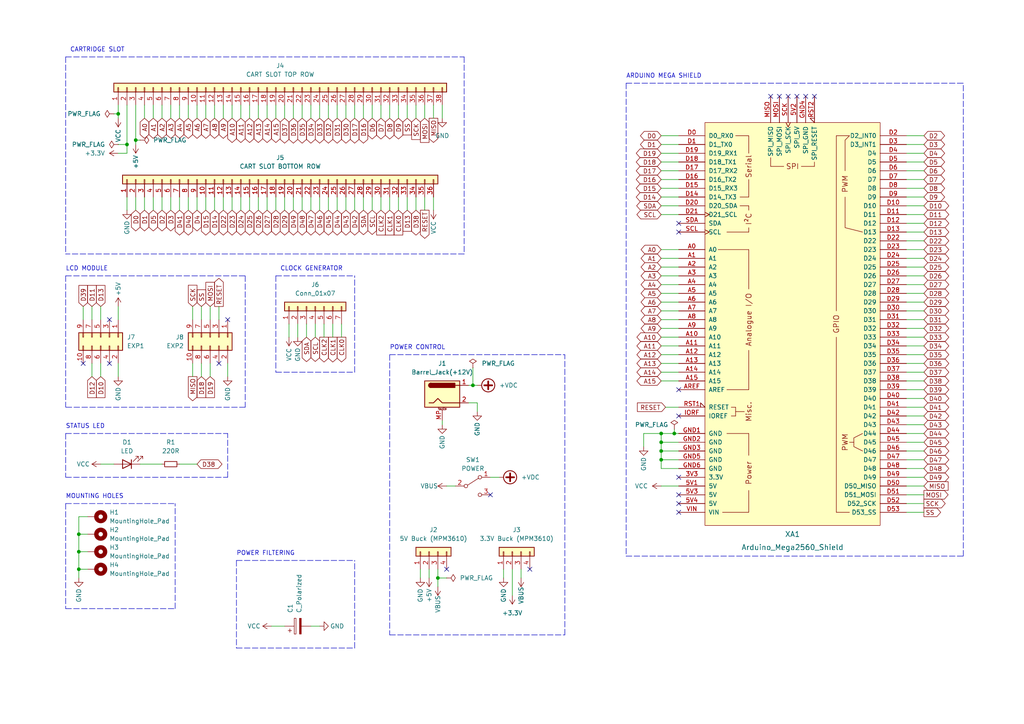
<source format=kicad_sch>
(kicad_sch (version 20211123) (generator eeschema)
  (paper "A4")
  (title_block (title "OSCR HW5") (date "2022-06-19") (rev "V3"))
  (junction (at 34.29 33.02))
  (junction (at 137.16 111.76))
  (junction (at 191.77 125.73))
  (junction (at 127 167.64))
  (junction (at 195.58 125.73))
  (junction (at 191.77 130.81))
  (junction (at 191.77 128.27))
  (junction (at 22.86 154.94))
  (junction (at 39.37 40.64))
  (junction (at 22.86 165.1))
  (junction (at 191.77 133.35))
  (junction (at 22.86 160.02))
  (junction (at 36.83 41.91))
  (no_connect (at 63.5 105.41))
  (no_connect (at 24.13 105.41))
  (no_connect (at 31.75 92.71))
  (no_connect (at 31.75 105.41))
  (no_connect (at 233.68 27.94))
  (no_connect (at 196.85 64.77))
  (no_connect (at 196.85 138.43))
  (no_connect (at 153.67 165.1))
  (no_connect (at 228.6 27.94))
  (no_connect (at 142.24 143.51))
  (no_connect (at 196.85 146.05))
  (no_connect (at 129.54 165.1))
  (no_connect (at 196.85 113.03))
  (no_connect (at 196.85 67.31))
  (no_connect (at 236.22 27.94))
  (no_connect (at 226.06 27.94))
  (no_connect (at 196.85 143.51))
  (no_connect (at 231.14 27.94))
  (no_connect (at 196.85 148.59))
  (no_connect (at 223.52 27.94))
  (no_connect (at 196.85 120.65))
  (no_connect (at 66.04 92.71))
  (wire (pts (xy 123.19 30.48) (xy 123.19 34.29)))
  (wire (pts (xy 49.53 57.15) (xy 49.53 60.96)))
  (wire (pts (xy 39.37 57.15) (xy 39.37 60.96)))
  (wire (pts (xy 262.89 140.97) (xy 267.97 140.97)))
  (wire (pts (xy 262.89 125.73) (xy 267.97 125.73)))
  (wire (pts (xy 191.77 39.37) (xy 196.85 39.37)))
  (wire (pts (xy 57.15 57.15) (xy 57.15 60.96)))
  (wire (pts (xy 262.89 118.11) (xy 267.97 118.11)))
  (wire (pts (xy 110.49 30.48) (xy 110.49 34.29)))
  (wire (pts (xy 92.71 30.48) (xy 92.71 34.29)))
  (wire (pts (xy 262.89 46.99) (xy 267.97 46.99)))
  (wire (pts (xy 77.47 30.48) (xy 77.47 34.29)))
  (wire (pts (xy 191.77 105.41) (xy 196.85 105.41)))
  (wire (pts (xy 262.89 148.59) (xy 267.97 148.59)))
  (wire (pts (xy 137.16 111.76) (xy 138.43 111.76)))
  (wire (pts (xy 262.89 95.25) (xy 267.97 95.25)))
  (wire (pts (xy 195.58 124.46) (xy 195.58 125.73)))
  (wire (pts (xy 191.77 44.45) (xy 196.85 44.45)))
  (wire (pts (xy 262.89 69.85) (xy 267.97 69.85)))
  (wire (pts (xy 36.83 41.91) (xy 36.83 44.45)))
  (polyline (pts (xy 102.87 187.96) (xy 102.87 162.56)))
  (wire (pts (xy 262.89 115.57) (xy 267.97 115.57)))
  (wire (pts (xy 118.11 30.48) (xy 118.11 34.29)))
  (wire (pts (xy 191.77 95.25) (xy 196.85 95.25)))
  (wire (pts (xy 82.55 57.15) (xy 82.55 60.96)))
  (wire (pts (xy 191.77 102.87) (xy 196.85 102.87)))
  (wire (pts (xy 52.07 57.15) (xy 52.07 60.96)))
  (wire (pts (xy 191.77 49.53) (xy 196.85 49.53)))
  (polyline (pts (xy 50.8 176.53) (xy 50.8 146.05)))
  (wire (pts (xy 191.77 130.81) (xy 196.85 130.81)))
  (wire (pts (xy 262.89 82.55) (xy 267.97 82.55)))
  (wire (pts (xy 262.89 39.37) (xy 267.97 39.37)))
  (polyline (pts (xy 19.05 138.43) (xy 66.04 138.43)))
  (wire (pts (xy 33.02 33.02) (xy 34.29 33.02)))
  (wire (pts (xy 93.98 93.98) (xy 93.98 97.79)))
  (wire (pts (xy 40.64 134.62) (xy 46.99 134.62)))
  (wire (pts (xy 151.13 167.64) (xy 151.13 165.1)))
  (wire (pts (xy 128.27 121.92) (xy 128.27 123.19)))
  (wire (pts (xy 26.67 105.41) (xy 26.67 109.22)))
  (wire (pts (xy 191.77 107.95) (xy 196.85 107.95)))
  (polyline (pts (xy 80.01 80.01) (xy 80.01 107.95)))
  (polyline (pts (xy 80.01 80.01) (xy 102.87 80.01)))
  (polyline (pts (xy 80.01 107.95) (xy 102.87 107.95)))
  (polyline (pts (xy 102.87 107.95) (xy 102.87 80.01)))
  (wire (pts (xy 107.95 30.48) (xy 107.95 34.29)))
  (wire (pts (xy 191.77 90.17) (xy 196.85 90.17)))
  (wire (pts (xy 137.16 106.68) (xy 137.16 111.76)))
  (wire (pts (xy 135.89 111.76) (xy 137.16 111.76)))
  (wire (pts (xy 123.19 57.15) (xy 123.19 60.96)))
  (wire (pts (xy 262.89 135.89) (xy 267.97 135.89)))
  (wire (pts (xy 41.91 30.48) (xy 41.91 34.29)))
  (wire (pts (xy 74.93 30.48) (xy 74.93 34.29)))
  (wire (pts (xy 36.83 41.91) (xy 36.83 30.48)))
  (wire (pts (xy 22.86 160.02) (xy 22.86 165.1)))
  (polyline (pts (xy 279.4 161.29) (xy 279.4 24.13)))
  (wire (pts (xy 22.86 160.02) (xy 25.4 160.02)))
  (wire (pts (xy 72.39 30.48) (xy 72.39 34.29)))
  (wire (pts (xy 54.61 57.15) (xy 54.61 60.96)))
  (wire (pts (xy 80.01 57.15) (xy 80.01 60.96)))
  (wire (pts (xy 127 167.64) (xy 127 165.1)))
  (wire (pts (xy 191.77 92.71) (xy 196.85 92.71)))
  (wire (pts (xy 115.57 57.15) (xy 115.57 60.96)))
  (wire (pts (xy 262.89 92.71) (xy 267.97 92.71)))
  (wire (pts (xy 262.89 80.01) (xy 267.97 80.01)))
  (wire (pts (xy 110.49 57.15) (xy 110.49 60.96)))
  (wire (pts (xy 34.29 88.9) (xy 34.29 92.71)))
  (wire (pts (xy 262.89 57.15) (xy 267.97 57.15)))
  (wire (pts (xy 262.89 120.65) (xy 267.97 120.65)))
  (polyline (pts (xy 19.05 146.05) (xy 19.05 176.53)))
  (wire (pts (xy 124.46 165.1) (xy 124.46 167.64)))
  (wire (pts (xy 22.86 154.94) (xy 22.86 160.02)))
  (wire (pts (xy 72.39 57.15) (xy 72.39 60.96)))
  (wire (pts (xy 262.89 102.87) (xy 267.97 102.87)))
  (wire (pts (xy 22.86 165.1) (xy 25.4 165.1)))
  (wire (pts (xy 34.29 105.41) (xy 34.29 109.22)))
  (wire (pts (xy 64.77 30.48) (xy 64.77 34.29)))
  (wire (pts (xy 146.05 165.1) (xy 146.05 167.64)))
  (wire (pts (xy 29.21 88.9) (xy 29.21 92.71)))
  (wire (pts (xy 191.77 133.35) (xy 191.77 130.81)))
  (wire (pts (xy 22.86 165.1) (xy 22.86 167.64)))
  (wire (pts (xy 125.73 30.48) (xy 125.73 34.29)))
  (wire (pts (xy 46.99 30.48) (xy 46.99 34.29)))
  (wire (pts (xy 91.44 93.98) (xy 91.44 97.79)))
  (wire (pts (xy 121.92 165.1) (xy 121.92 167.64)))
  (wire (pts (xy 191.77 52.07) (xy 196.85 52.07)))
  (wire (pts (xy 44.45 57.15) (xy 44.45 60.96)))
  (wire (pts (xy 186.69 125.73) (xy 186.69 129.54)))
  (wire (pts (xy 105.41 30.48) (xy 105.41 34.29)))
  (wire (pts (xy 193.04 118.11) (xy 196.85 118.11)))
  (wire (pts (xy 262.89 62.23) (xy 267.97 62.23)))
  (wire (pts (xy 41.91 57.15) (xy 41.91 60.96)))
  (wire (pts (xy 44.45 30.48) (xy 44.45 34.29)))
  (wire (pts (xy 191.77 85.09) (xy 196.85 85.09)))
  (wire (pts (xy 120.65 57.15) (xy 120.65 60.96)))
  (wire (pts (xy 58.42 88.9) (xy 58.42 92.71)))
  (wire (pts (xy 262.89 67.31) (xy 267.97 67.31)))
  (wire (pts (xy 262.89 138.43) (xy 267.97 138.43)))
  (polyline (pts (xy 19.05 80.01) (xy 19.05 118.11)))
  (wire (pts (xy 82.55 30.48) (xy 82.55 34.29)))
  (wire (pts (xy 262.89 107.95) (xy 267.97 107.95)))
  (wire (pts (xy 262.89 41.91) (xy 267.97 41.91)))
  (wire (pts (xy 262.89 97.79) (xy 267.97 97.79)))
  (wire (pts (xy 97.79 57.15) (xy 97.79 60.96)))
  (wire (pts (xy 262.89 143.51) (xy 267.97 143.51)))
  (wire (pts (xy 191.77 74.93) (xy 196.85 74.93)))
  (wire (pts (xy 58.42 105.41) (xy 58.42 109.22)))
  (polyline (pts (xy 113.03 102.87) (xy 163.83 102.87)))
  (wire (pts (xy 69.85 30.48) (xy 69.85 34.29)))
  (wire (pts (xy 262.89 110.49) (xy 267.97 110.49)))
  (wire (pts (xy 80.01 30.48) (xy 80.01 34.29)))
  (wire (pts (xy 90.17 57.15) (xy 90.17 60.96)))
  (polyline (pts (xy 19.05 16.51) (xy 19.05 73.66)))
  (polyline (pts (xy 19.05 16.51) (xy 134.62 16.51)))
  (polyline (pts (xy 134.62 16.51) (xy 134.62 73.66)))
  (polyline (pts (xy 134.62 73.66) (xy 19.05 73.66)))
  (wire (pts (xy 96.52 93.98) (xy 96.52 97.79)))
  (wire (pts (xy 262.89 49.53) (xy 267.97 49.53)))
  (wire (pts (xy 191.77 128.27) (xy 196.85 128.27)))
  (wire (pts (xy 52.07 30.48) (xy 52.07 34.29)))
  (wire (pts (xy 262.89 90.17) (xy 267.97 90.17)))
  (wire (pts (xy 22.86 149.86) (xy 22.86 154.94)))
  (wire (pts (xy 29.21 134.62) (xy 33.02 134.62)))
  (wire (pts (xy 100.33 30.48) (xy 100.33 34.29)))
  (wire (pts (xy 34.29 30.48) (xy 34.29 33.02)))
  (wire (pts (xy 95.25 30.48) (xy 95.25 34.29)))
  (wire (pts (xy 262.89 87.63) (xy 267.97 87.63)))
  (wire (pts (xy 262.89 74.93) (xy 267.97 74.93)))
  (polyline (pts (xy 19.05 176.53) (xy 50.8 176.53)))
  (wire (pts (xy 95.25 57.15) (xy 95.25 60.96)))
  (wire (pts (xy 135.89 116.84) (xy 138.43 116.84)))
  (wire (pts (xy 77.47 57.15) (xy 77.47 60.96)))
  (polyline (pts (xy 19.05 146.05) (xy 50.8 146.05)))
  (wire (pts (xy 64.77 57.15) (xy 64.77 60.96)))
  (wire (pts (xy 90.17 181.61) (xy 92.71 181.61)))
  (wire (pts (xy 67.31 30.48) (xy 67.31 34.29)))
  (wire (pts (xy 87.63 30.48) (xy 87.63 34.29)))
  (wire (pts (xy 113.03 30.48) (xy 113.03 34.29)))
  (wire (pts (xy 191.77 46.99) (xy 196.85 46.99)))
  (wire (pts (xy 129.54 140.97) (xy 132.08 140.97)))
  (wire (pts (xy 83.82 93.98) (xy 83.82 97.79)))
  (wire (pts (xy 26.67 88.9) (xy 26.67 92.71)))
  (wire (pts (xy 262.89 77.47) (xy 267.97 77.47)))
  (wire (pts (xy 46.99 57.15) (xy 46.99 60.96)))
  (wire (pts (xy 262.89 133.35) (xy 267.97 133.35)))
  (wire (pts (xy 22.86 154.94) (xy 25.4 154.94)))
  (wire (pts (xy 262.89 64.77) (xy 267.97 64.77)))
  (wire (pts (xy 107.95 57.15) (xy 107.95 60.96)))
  (wire (pts (xy 138.43 116.84) (xy 138.43 119.38)))
  (wire (pts (xy 142.24 138.43) (xy 144.78 138.43)))
  (wire (pts (xy 67.31 57.15) (xy 67.31 60.96)))
  (polyline (pts (xy 71.12 80.01) (xy 71.12 118.11)))
  (wire (pts (xy 148.59 165.1) (xy 148.59 172.72)))
  (wire (pts (xy 54.61 30.48) (xy 54.61 34.29)))
  (wire (pts (xy 55.88 105.41) (xy 55.88 109.22)))
  (wire (pts (xy 262.89 105.41) (xy 267.97 105.41)))
  (wire (pts (xy 262.89 128.27) (xy 267.97 128.27)))
  (polyline (pts (xy 113.03 102.87) (xy 113.03 184.15)))
  (wire (pts (xy 63.5 88.9) (xy 63.5 92.71)))
  (wire (pts (xy 39.37 40.64) (xy 40.64 40.64)))
  (polyline (pts (xy 68.58 162.56) (xy 68.58 187.96)))
  (wire (pts (xy 34.29 33.02) (xy 34.29 34.29)))
  (wire (pts (xy 66.04 105.41) (xy 66.04 109.22)))
  (wire (pts (xy 191.77 54.61) (xy 196.85 54.61)))
  (wire (pts (xy 196.85 135.89) (xy 191.77 135.89)))
  (polyline (pts (xy 19.05 125.73) (xy 66.04 125.73)))
  (wire (pts (xy 55.88 88.9) (xy 55.88 92.71)))
  (wire (pts (xy 49.53 30.48) (xy 49.53 34.29)))
  (wire (pts (xy 78.74 181.61) (xy 82.55 181.61)))
  (wire (pts (xy 191.77 62.23) (xy 196.85 62.23)))
  (polyline (pts (xy 113.03 184.15) (xy 163.83 184.15)))
  (wire (pts (xy 191.77 57.15) (xy 196.85 57.15)))
  (wire (pts (xy 39.37 30.48) (xy 39.37 40.64)))
  (wire (pts (xy 191.77 80.01) (xy 196.85 80.01)))
  (wire (pts (xy 113.03 57.15) (xy 113.03 60.96)))
  (wire (pts (xy 262.89 54.61) (xy 267.97 54.61)))
  (wire (pts (xy 34.29 41.91) (xy 36.83 41.91)))
  (wire (pts (xy 34.29 44.45) (xy 36.83 44.45)))
  (wire (pts (xy 102.87 30.48) (xy 102.87 34.29)))
  (polyline (pts (xy 68.58 162.56) (xy 102.87 162.56)))
  (wire (pts (xy 59.69 30.48) (xy 59.69 34.29)))
  (wire (pts (xy 191.77 128.27) (xy 191.77 125.73)))
  (wire (pts (xy 92.71 57.15) (xy 92.71 60.96)))
  (wire (pts (xy 127 170.18) (xy 127 167.64)))
  (wire (pts (xy 24.13 88.9) (xy 24.13 92.71)))
  (wire (pts (xy 88.9 93.98) (xy 88.9 97.79)))
  (polyline (pts (xy 163.83 184.15) (xy 163.83 102.87)))
  (wire (pts (xy 62.23 57.15) (xy 62.23 60.96)))
  (wire (pts (xy 191.77 125.73) (xy 186.69 125.73)))
  (polyline (pts (xy 181.61 161.29) (xy 279.4 161.29)))
  (wire (pts (xy 262.89 146.05) (xy 267.97 146.05)))
  (wire (pts (xy 191.77 82.55) (xy 196.85 82.55)))
  (wire (pts (xy 191.77 100.33) (xy 196.85 100.33)))
  (polyline (pts (xy 71.12 118.11) (xy 19.05 118.11)))
  (wire (pts (xy 191.77 77.47) (xy 196.85 77.47)))
  (polyline (pts (xy 181.61 24.13) (xy 181.61 161.29)))
  (wire (pts (xy 128.27 30.48) (xy 128.27 34.29)))
  (wire (pts (xy 60.96 105.41) (xy 60.96 109.22)))
  (wire (pts (xy 39.37 40.64) (xy 39.37 41.91)))
  (wire (pts (xy 74.93 57.15) (xy 74.93 60.96)))
  (wire (pts (xy 29.21 105.41) (xy 29.21 109.22)))
  (wire (pts (xy 115.57 30.48) (xy 115.57 34.29)))
  (wire (pts (xy 62.23 30.48) (xy 62.23 34.29)))
  (wire (pts (xy 105.41 57.15) (xy 105.41 60.96)))
  (wire (pts (xy 120.65 30.48) (xy 120.65 34.29)))
  (polyline (pts (xy 19.05 80.01) (xy 71.12 80.01)))
  (wire (pts (xy 57.15 30.48) (xy 57.15 34.29)))
  (wire (pts (xy 85.09 57.15) (xy 85.09 60.96)))
  (wire (pts (xy 85.09 30.48) (xy 85.09 34.29)))
  (polyline (pts (xy 181.61 24.13) (xy 279.4 24.13)))
  (polyline (pts (xy 66.04 138.43) (xy 66.04 125.73)))
  (wire (pts (xy 118.11 57.15) (xy 118.11 60.96)))
  (wire (pts (xy 262.89 72.39) (xy 267.97 72.39)))
  (wire (pts (xy 191.77 135.89) (xy 191.77 133.35)))
  (wire (pts (xy 262.89 44.45) (xy 267.97 44.45)))
  (wire (pts (xy 262.89 100.33) (xy 267.97 100.33)))
  (wire (pts (xy 127 167.64) (xy 129.54 167.64)))
  (wire (pts (xy 262.89 59.69) (xy 267.97 59.69)))
  (wire (pts (xy 191.77 41.91) (xy 196.85 41.91)))
  (wire (pts (xy 262.89 52.07) (xy 267.97 52.07)))
  (wire (pts (xy 87.63 57.15) (xy 87.63 60.96)))
  (wire (pts (xy 69.85 57.15) (xy 69.85 60.96)))
  (wire (pts (xy 99.06 93.98) (xy 99.06 97.79)))
  (polyline (pts (xy 19.05 125.73) (xy 19.05 138.43)))
  (wire (pts (xy 125.73 57.15) (xy 125.73 60.96)))
  (polyline (pts (xy 68.58 187.96) (xy 102.87 187.96)))
  (wire (pts (xy 262.89 130.81) (xy 267.97 130.81)))
  (wire (pts (xy 90.17 30.48) (xy 90.17 34.29)))
  (wire (pts (xy 52.07 134.62) (xy 57.15 134.62)))
  (wire (pts (xy 97.79 30.48) (xy 97.79 34.29)))
  (wire (pts (xy 36.83 57.15) (xy 36.83 60.96)))
  (wire (pts (xy 191.77 72.39) (xy 196.85 72.39)))
  (wire (pts (xy 60.96 88.9) (xy 60.96 92.71)))
  (wire (pts (xy 262.89 85.09) (xy 267.97 85.09)))
  (wire (pts (xy 191.77 97.79) (xy 196.85 97.79)))
  (wire (pts (xy 100.33 57.15) (xy 100.33 60.96)))
  (wire (pts (xy 191.77 110.49) (xy 196.85 110.49)))
  (wire (pts (xy 191.77 133.35) (xy 196.85 133.35)))
  (wire (pts (xy 262.89 113.03) (xy 267.97 113.03)))
  (wire (pts (xy 102.87 57.15) (xy 102.87 60.96)))
  (wire (pts (xy 191.77 59.69) (xy 196.85 59.69)))
  (wire (pts (xy 86.36 93.98) (xy 86.36 97.79)))
  (wire (pts (xy 59.69 57.15) (xy 59.69 60.96)))
  (wire (pts (xy 25.4 149.86) (xy 22.86 149.86)))
  (wire (pts (xy 196.85 125.73) (xy 195.58 125.73)))
  (wire (pts (xy 191.77 87.63) (xy 196.85 87.63)))
  (wire (pts (xy 195.58 125.73) (xy 191.77 125.73)))
  (wire (pts (xy 191.77 140.97) (xy 196.85 140.97)))
  (wire (pts (xy 262.89 123.19) (xy 267.97 123.19)))
  (wire (pts (xy 191.77 130.81) (xy 191.77 128.27)))
  (text "STATUS LED" (at 19.05 124.46 0) (effects (font (size 1.27 1.27)) (justify left bottom)))
  (text "POWER CONTROL" (at 113.03 101.6 0) (effects (font (size 1.27 1.27)) (justify left bottom)))
  (text "LCD MODULE" (at 19.05 78.74 0) (effects (font (size 1.27 1.27)) (justify left bottom)))
  (text "CLOCK GENERATOR" (at 81.28 78.74 0) (effects (font (size 1.27 1.27)) (justify left bottom)))
  (text "CARTRIDGE SLOT" (at 20.32 15.24 0) (effects (font (size 1.27 1.27)) (justify left bottom)))
  (text "POWER FILTERING" (at 68.58 161.29 0) (effects (font (size 1.27 1.27)) (justify left bottom)))
  (text "ARDUINO MEGA SHIELD" (at 181.61 22.86 0) (effects (font (size 1.27 1.27)) (justify left bottom)))
  (text "MOUNTING HOLES" (at 19.05 144.78 0) (effects (font (size 1.27 1.27)) (justify left bottom)))
  (global_label "SS" (shape output) (at 267.97 148.59 0) (property "Intersheet References" "${INTERSHEET_REFS}" (effects hide)))
  (global_label "A6" (shape bidirectional) (at 57.15 34.29 270) (property "Intersheet References" "${INTERSHEET_REFS}" (effects hide)))
  (global_label "D13" (shape bidirectional) (at 267.97 67.31 0) (property "Intersheet References" "${INTERSHEET_REFS}" (effects hide)))
  (global_label "D7" (shape bidirectional) (at 267.97 52.07 0) (property "Intersheet References" "${INTERSHEET_REFS}" (effects hide)))
  (global_label "D11" (shape input) (at 26.67 88.9 90) (property "Intersheet References" "${INTERSHEET_REFS}" (effects hide)))
  (global_label "MOSI" (shape input) (at 123.19 34.29 270) (property "Intersheet References" "${INTERSHEET_REFS}" (effects hide)))
  (global_label "D29" (shape bidirectional) (at 82.55 60.96 270) (property "Intersheet References" "${INTERSHEET_REFS}" (effects hide)))
  (global_label "A9" (shape bidirectional) (at 64.77 34.29 270) (property "Intersheet References" "${INTERSHEET_REFS}" (effects hide)))
  (global_label "D31" (shape bidirectional) (at 97.79 34.29 270) (property "Intersheet References" "${INTERSHEET_REFS}" (effects hide)))
  (global_label "D24" (shape bidirectional) (at 69.85 60.96 270) (property "Intersheet References" "${INTERSHEET_REFS}" (effects hide)))
  (global_label "D42" (shape bidirectional) (at 267.97 120.65 0) (property "Intersheet References" "${INTERSHEET_REFS}" (effects hide)))
  (global_label "CLK2" (shape output) (at 93.98 97.79 270) (property "Intersheet References" "${INTERSHEET_REFS}" (effects hide)))
  (global_label "MISO" (shape output) (at 125.73 34.29 270) (property "Intersheet References" "${INTERSHEET_REFS}" (effects hide)))
  (global_label "D17" (shape bidirectional) (at 102.87 34.29 270) (property "Intersheet References" "${INTERSHEET_REFS}" (effects hide)))
  (global_label "D26" (shape bidirectional) (at 267.97 80.01 0) (property "Intersheet References" "${INTERSHEET_REFS}" (effects hide)))
  (global_label "D34" (shape bidirectional) (at 90.17 34.29 270) (property "Intersheet References" "${INTERSHEET_REFS}" (effects hide)))
  (global_label "A9" (shape bidirectional) (at 191.77 95.25 180) (property "Intersheet References" "${INTERSHEET_REFS}" (effects hide)))
  (global_label "A11" (shape bidirectional) (at 69.85 34.29 270) (property "Intersheet References" "${INTERSHEET_REFS}" (effects hide)))
  (global_label "D18" (shape bidirectional) (at 191.77 46.99 180) (property "Intersheet References" "${INTERSHEET_REFS}" (effects hide)))
  (global_label "D1" (shape bidirectional) (at 191.77 41.91 180) (property "Intersheet References" "${INTERSHEET_REFS}" (effects hide)))
  (global_label "D46" (shape bidirectional) (at 92.71 60.96 270) (property "Intersheet References" "${INTERSHEET_REFS}" (effects hide)))
  (global_label "A5" (shape bidirectional) (at 191.77 85.09 180) (property "Intersheet References" "${INTERSHEET_REFS}" (effects hide)))
  (global_label "D25" (shape bidirectional) (at 72.39 60.96 270) (property "Intersheet References" "${INTERSHEET_REFS}" (effects hide)))
  (global_label "CLK1" (shape input) (at 113.03 60.96 270) (property "Intersheet References" "${INTERSHEET_REFS}" (effects hide)))
  (global_label "A5" (shape bidirectional) (at 54.61 34.29 270) (property "Intersheet References" "${INTERSHEET_REFS}" (effects hide)))
  (global_label "D3" (shape bidirectional) (at 267.97 41.91 0) (property "Intersheet References" "${INTERSHEET_REFS}" (effects hide)))
  (global_label "MISO" (shape output) (at 55.88 109.22 270) (property "Intersheet References" "${INTERSHEET_REFS}" (effects hide)))
  (global_label "CLK0" (shape output) (at 99.06 97.79 270) (property "Intersheet References" "${INTERSHEET_REFS}" (effects hide)))
  (global_label "D6" (shape bidirectional) (at 267.97 49.53 0) (property "Intersheet References" "${INTERSHEET_REFS}" (effects hide)))
  (global_label "D24" (shape bidirectional) (at 267.97 74.93 0) (property "Intersheet References" "${INTERSHEET_REFS}" (effects hide)))
  (global_label "D49" (shape bidirectional) (at 85.09 60.96 270) (property "Intersheet References" "${INTERSHEET_REFS}" (effects hide)))
  (global_label "D7" (shape bidirectional) (at 110.49 34.29 270) (property "Intersheet References" "${INTERSHEET_REFS}" (effects hide)))
  (global_label "D22" (shape bidirectional) (at 267.97 69.85 0) (property "Intersheet References" "${INTERSHEET_REFS}" (effects hide)))
  (global_label "D47" (shape bidirectional) (at 267.97 133.35 0) (property "Intersheet References" "${INTERSHEET_REFS}" (effects hide)))
  (global_label "A11" (shape bidirectional) (at 191.77 100.33 180) (property "Intersheet References" "${INTERSHEET_REFS}" (effects hide)))
  (global_label "A8" (shape bidirectional) (at 191.77 92.71 180) (property "Intersheet References" "${INTERSHEET_REFS}" (effects hide)))
  (global_label "D31" (shape bidirectional) (at 267.97 92.71 0) (property "Intersheet References" "${INTERSHEET_REFS}" (effects hide)))
  (global_label "D36" (shape bidirectional) (at 267.97 105.41 0) (property "Intersheet References" "${INTERSHEET_REFS}" (effects hide)))
  (global_label "SCK" (shape output) (at 267.97 146.05 0) (property "Intersheet References" "${INTERSHEET_REFS}" (effects hide)))
  (global_label "D16" (shape bidirectional) (at 105.41 34.29 270) (property "Intersheet References" "${INTERSHEET_REFS}" (effects hide)))
  (global_label "D33" (shape bidirectional) (at 92.71 34.29 270) (property "Intersheet References" "${INTERSHEET_REFS}" (effects hide)))
  (global_label "A12" (shape bidirectional) (at 72.39 34.29 270) (property "Intersheet References" "${INTERSHEET_REFS}" (effects hide)))
  (global_label "D49" (shape bidirectional) (at 267.97 138.43 0) (property "Intersheet References" "${INTERSHEET_REFS}" (effects hide)))
  (global_label "CLK0" (shape input) (at 115.57 60.96 270) (property "Intersheet References" "${INTERSHEET_REFS}" (effects hide)))
  (global_label "D9" (shape bidirectional) (at 115.57 34.29 270) (property "Intersheet References" "${INTERSHEET_REFS}" (effects hide)))
  (global_label "D5" (shape bidirectional) (at 267.97 46.99 0) (property "Intersheet References" "${INTERSHEET_REFS}" (effects hide)))
  (global_label "SDA" (shape bidirectional) (at 191.77 59.69 180) (property "Intersheet References" "${INTERSHEET_REFS}" (effects hide)))
  (global_label "SS" (shape input) (at 118.11 34.29 270) (property "Intersheet References" "${INTERSHEET_REFS}" (effects hide)))
  (global_label "D44" (shape bidirectional) (at 267.97 125.73 0) (property "Intersheet References" "${INTERSHEET_REFS}" (effects hide)))
  (global_label "D38" (shape bidirectional) (at 120.65 60.96 270) (property "Intersheet References" "${INTERSHEET_REFS}" (effects hide)))
  (global_label "A7" (shape bidirectional) (at 59.69 34.29 270) (property "Intersheet References" "${INTERSHEET_REFS}" (effects hide)))
  (global_label "SCK" (shape input) (at 120.65 34.29 270) (property "Intersheet References" "${INTERSHEET_REFS}" (effects hide)))
  (global_label "A0" (shape bidirectional) (at 191.77 72.39 180) (property "Intersheet References" "${INTERSHEET_REFS}" (effects hide)))
  (global_label "D30" (shape bidirectional) (at 100.33 34.29 270) (property "Intersheet References" "${INTERSHEET_REFS}" (effects hide)))
  (global_label "D13" (shape input) (at 29.21 88.9 90) (property "Intersheet References" "${INTERSHEET_REFS}" (effects hide)))
  (global_label "A4" (shape bidirectional) (at 191.77 82.55 180) (property "Intersheet References" "${INTERSHEET_REFS}" (effects hide)))
  (global_label "D28" (shape bidirectional) (at 267.97 85.09 0) (property "Intersheet References" "${INTERSHEET_REFS}" (effects hide)))
  (global_label "D40" (shape bidirectional) (at 54.61 60.96 270) (property "Intersheet References" "${INTERSHEET_REFS}" (effects hide)))
  (global_label "D15" (shape bidirectional) (at 59.69 60.96 270) (property "Intersheet References" "${INTERSHEET_REFS}" (effects hide)))
  (global_label "MOSI" (shape output) (at 267.97 143.51 0) (property "Intersheet References" "${INTERSHEET_REFS}" (effects hide)))
  (global_label "D9" (shape bidirectional) (at 267.97 57.15 0) (property "Intersheet References" "${INTERSHEET_REFS}" (effects hide)))
  (global_label "D28" (shape bidirectional) (at 80.01 60.96 270) (property "Intersheet References" "${INTERSHEET_REFS}" (effects hide)))
  (global_label "D15" (shape bidirectional) (at 191.77 54.61 180) (property "Intersheet References" "${INTERSHEET_REFS}" (effects hide)))
  (global_label "A3" (shape bidirectional) (at 191.77 80.01 180) (property "Intersheet References" "${INTERSHEET_REFS}" (effects hide)))
  (global_label "A7" (shape bidirectional) (at 191.77 90.17 180) (property "Intersheet References" "${INTERSHEET_REFS}" (effects hide)))
  (global_label "A1" (shape bidirectional) (at 44.45 34.29 270) (property "Intersheet References" "${INTERSHEET_REFS}" (effects hide)))
  (global_label "D47" (shape bidirectional) (at 90.17 60.96 270) (property "Intersheet References" "${INTERSHEET_REFS}" (effects hide)))
  (global_label "D12" (shape input) (at 26.67 109.22 270) (property "Intersheet References" "${INTERSHEET_REFS}" (effects hide)))
  (global_label "D16" (shape bidirectional) (at 191.77 52.07 180) (property "Intersheet References" "${INTERSHEET_REFS}" (effects hide)))
  (global_label "A13" (shape bidirectional) (at 74.93 34.29 270) (property "Intersheet References" "${INTERSHEET_REFS}" (effects hide)))
  (global_label "D18" (shape input) (at 58.42 109.22 270) (property "Intersheet References" "${INTERSHEET_REFS}" (effects hide)))
  (global_label "D12" (shape bidirectional) (at 267.97 64.77 0) (property "Intersheet References" "${INTERSHEET_REFS}" (effects hide)))
  (global_label "A3" (shape bidirectional) (at 49.53 34.29 270) (property "Intersheet References" "${INTERSHEET_REFS}" (effects hide)))
  (global_label "D19" (shape bidirectional) (at 191.77 44.45 180) (property "Intersheet References" "${INTERSHEET_REFS}" (effects hide)))
  (global_label "D43" (shape bidirectional) (at 100.33 60.96 270) (property "Intersheet References" "${INTERSHEET_REFS}" (effects hide)))
  (global_label "D8" (shape bidirectional) (at 113.03 34.29 270) (property "Intersheet References" "${INTERSHEET_REFS}" (effects hide)))
  (global_label "D36" (shape bidirectional) (at 85.09 34.29 270) (property "Intersheet References" "${INTERSHEET_REFS}" (effects hide)))
  (global_label "SCL" (shape bidirectional) (at 191.77 62.23 180) (property "Intersheet References" "${INTERSHEET_REFS}" (effects hide)))
  (global_label "D38" (shape bidirectional) (at 267.97 110.49 0) (property "Intersheet References" "${INTERSHEET_REFS}" (effects hide)))
  (global_label "D4" (shape bidirectional) (at 267.97 44.45 0) (property "Intersheet References" "${INTERSHEET_REFS}" (effects hide)))
  (global_label "D23" (shape bidirectional) (at 67.31 60.96 270) (property "Intersheet References" "${INTERSHEET_REFS}" (effects hide)))
  (global_label "D41" (shape bidirectional) (at 267.97 118.11 0) (property "Intersheet References" "${INTERSHEET_REFS}" (effects hide)))
  (global_label "D1" (shape bidirectional) (at 41.91 60.96 270) (property "Intersheet References" "${INTERSHEET_REFS}" (effects hide)))
  (global_label "D14" (shape bidirectional) (at 62.23 60.96 270) (property "Intersheet References" "${INTERSHEET_REFS}" (effects hide)))
  (global_label "D19" (shape input) (at 60.96 109.22 270) (property "Intersheet References" "${INTERSHEET_REFS}" (effects hide)))
  (global_label "A2" (shape bidirectional) (at 191.77 77.47 180) (property "Intersheet References" "${INTERSHEET_REFS}" (effects hide)))
  (global_label "D10" (shape bidirectional) (at 267.97 59.69 0) (property "Intersheet References" "${INTERSHEET_REFS}" (effects hide)))
  (global_label "D4" (shape bidirectional) (at 57.15 60.96 270) (property "Intersheet References" "${INTERSHEET_REFS}" (effects hide)))
  (global_label "D0" (shape bidirectional) (at 191.77 39.37 180) (property "Intersheet References" "${INTERSHEET_REFS}" (effects hide)))
  (global_label "D22" (shape bidirectional) (at 64.77 60.96 270) (property "Intersheet References" "${INTERSHEET_REFS}" (effects hide)))
  (global_label "D30" (shape bidirectional) (at 267.97 90.17 0) (property "Intersheet References" "${INTERSHEET_REFS}" (effects hide)))
  (global_label "D33" (shape bidirectional) (at 267.97 97.79 0) (property "Intersheet References" "${INTERSHEET_REFS}" (effects hide)))
  (global_label "D2" (shape bidirectional) (at 46.99 60.96 270) (property "Intersheet References" "${INTERSHEET_REFS}" (effects hide)))
  (global_label "CLK1" (shape output) (at 96.52 97.79 270) (property "Intersheet References" "${INTERSHEET_REFS}" (effects hide)))
  (global_label "D35" (shape bidirectional) (at 87.63 34.29 270) (property "Intersheet References" "${INTERSHEET_REFS}" (effects hide)))
  (global_label "D39" (shape input) (at 24.13 88.9 90) (property "Intersheet References" "${INTERSHEET_REFS}" (effects hide)))
  (global_label "SCL" (shape bidirectional) (at 107.95 60.96 270) (property "Intersheet References" "${INTERSHEET_REFS}" (effects hide)))
  (global_label "A0" (shape bidirectional) (at 41.91 34.29 270) (property "Intersheet References" "${INTERSHEET_REFS}" (effects hide)))
  (global_label "MISO" (shape input) (at 267.97 140.97 0) (property "Intersheet References" "${INTERSHEET_REFS}" (effects hide)))
  (global_label "D44" (shape bidirectional) (at 97.79 60.96 270) (property "Intersheet References" "${INTERSHEET_REFS}" (effects hide)))
  (global_label "D48" (shape bidirectional) (at 87.63 60.96 270) (property "Intersheet References" "${INTERSHEET_REFS}" (effects hide)))
  (global_label "A13" (shape bidirectional) (at 191.77 105.41 180) (property "Intersheet References" "${INTERSHEET_REFS}" (effects hide)))
  (global_label "A10" (shape bidirectional) (at 67.31 34.29 270) (property "Intersheet References" "${INTERSHEET_REFS}" (effects hide)))
  (global_label "D14" (shape bidirectional) (at 191.77 57.15 180) (property "Intersheet References" "${INTERSHEET_REFS}" (effects hide)))
  (global_label "D32" (shape bidirectional) (at 267.97 95.25 0) (property "Intersheet References" "${INTERSHEET_REFS}" (effects hide)))
  (global_label "D2" (shape bidirectional) (at 267.97 39.37 0) (property "Intersheet References" "${INTERSHEET_REFS}" (effects hide)))
  (global_label "RESET" (shape input) (at 193.04 118.11 180) (property "Intersheet References" "${INTERSHEET_REFS}" (effects hide)))
  (global_label "A12" (shape bidirectional) (at 191.77 102.87 180) (property "Intersheet References" "${INTERSHEET_REFS}" (effects hide)))
  (global_label "D27" (shape bidirectional) (at 77.47 60.96 270) (property "Intersheet References" "${INTERSHEET_REFS}" (effects hide)))
  (global_label "D0" (shape bidirectional) (at 39.37 60.96 270) (property "Intersheet References" "${INTERSHEET_REFS}" (effects hide)))
  (global_label "D38" (shape bidirectional) (at 57.15 134.62 0) (property "Intersheet References" "${INTERSHEET_REFS}" (effects hide)))
  (global_label "A1" (shape bidirectional) (at 191.77 74.93 180) (property "Intersheet References" "${INTERSHEET_REFS}" (effects hide)))
  (global_label "D3" (shape bidirectional) (at 49.53 60.96 270) (property "Intersheet References" "${INTERSHEET_REFS}" (effects hide)))
  (global_label "D11" (shape bidirectional) (at 267.97 62.23 0) (property "Intersheet References" "${INTERSHEET_REFS}" (effects hide)))
  (global_label "D48" (shape bidirectional) (at 267.97 135.89 0) (property "Intersheet References" "${INTERSHEET_REFS}" (effects hide)))
  (global_label "D42" (shape bidirectional) (at 102.87 60.96 270) (property "Intersheet References" "${INTERSHEET_REFS}" (effects hide)))
  (global_label "D41" (shape bidirectional) (at 52.07 60.96 270) (property "Intersheet References" "${INTERSHEET_REFS}" (effects hide)))
  (global_label "D46" (shape bidirectional) (at 267.97 130.81 0) (property "Intersheet References" "${INTERSHEET_REFS}" (effects hide)))
  (global_label "D13" (shape input) (at 118.11 60.96 270) (property "Intersheet References" "${INTERSHEET_REFS}" (effects hide)))
  (global_label "A14" (shape bidirectional) (at 191.77 107.95 180) (property "Intersheet References" "${INTERSHEET_REFS}" (effects hide)))
  (global_label "D32" (shape bidirectional) (at 95.25 34.29 270) (property "Intersheet References" "${INTERSHEET_REFS}" (effects hide)))
  (global_label "D43" (shape bidirectional) (at 267.97 123.19 0) (property "Intersheet References" "${INTERSHEET_REFS}" (effects hide)))
  (global_label "D37" (shape bidirectional) (at 82.55 34.29 270) (property "Intersheet References" "${INTERSHEET_REFS}" (effects hide)))
  (global_label "SCL" (shape bidirectional) (at 91.44 97.79 270) (property "Intersheet References" "${INTERSHEET_REFS}" (effects hide)))
  (global_label "D27" (shape bidirectional) (at 267.97 82.55 0) (property "Intersheet References" "${INTERSHEET_REFS}" (effects hide)))
  (global_label "A14" (shape bidirectional) (at 77.47 34.29 270) (property "Intersheet References" "${INTERSHEET_REFS}" (effects hide)))
  (global_label "RESET" (shape output) (at 123.19 60.96 270) (property "Intersheet References" "${INTERSHEET_REFS}" (effects hide)))
  (global_label "D25" (shape bidirectional) (at 267.97 77.47 0) (property "Intersheet References" "${INTERSHEET_REFS}" (effects hide)))
  (global_label "D40" (shape bidirectional) (at 267.97 115.57 0) (property "Intersheet References" "${INTERSHEET_REFS}" (effects hide)))
  (global_label "A15" (shape bidirectional) (at 191.77 110.49 180) (property "Intersheet References" "${INTERSHEET_REFS}" (effects hide)))
  (global_label "D45" (shape bidirectional) (at 95.25 60.96 270) (property "Intersheet References" "${INTERSHEET_REFS}" (effects hide)))
  (global_label "A15" (shape bidirectional) (at 80.01 34.29 270) (property "Intersheet References" "${INTERSHEET_REFS}" (effects hide)))
  (global_label "D6" (shape bidirectional) (at 107.95 34.29 270) (property "Intersheet References" "${INTERSHEET_REFS}" (effects hide)))
  (global_label "SDA" (shape bidirectional) (at 105.41 60.96 270) (property "Intersheet References" "${INTERSHEET_REFS}" (effects hide)))
  (global_label "D8" (shape bidirectional) (at 267.97 54.61 0) (property "Intersheet References" "${INTERSHEET_REFS}" (effects hide)))
  (global_label "SS" (shape input) (at 58.42 88.9 90) (property "Intersheet References" "${INTERSHEET_REFS}" (effects hide)))
  (global_label "SDA" (shape bidirectional) (at 88.9 97.79 270) (property "Intersheet References" "${INTERSHEET_REFS}" (effects hide)))
  (global_label "CLK2" (shape input) (at 110.49 60.96 270) (property "Intersheet References" "${INTERSHEET_REFS}" (effects hide)))
  (global_label "D26" (shape bidirectional) (at 74.93 60.96 270) (property "Intersheet References" "${INTERSHEET_REFS}" (effects hide)))
  (global_label "MOSI" (shape input) (at 60.96 88.9 90) (property "Intersheet References" "${INTERSHEET_REFS}" (effects hide)))
  (global_label "D35" (shape bidirectional) (at 267.97 102.87 0) (property "Intersheet References" "${INTERSHEET_REFS}" (effects hide)))
  (global_label "D29" (shape bidirectional) (at 267.97 87.63 0) (property "Intersheet References" "${INTERSHEET_REFS}" (effects hide)))
  (global_label "D39" (shape bidirectional) (at 267.97 113.03 0) (property "Intersheet References" "${INTERSHEET_REFS}" (effects hide)))
  (global_label "D5" (shape bidirectional) (at 44.45 60.96 270) (property "Intersheet References" "${INTERSHEET_REFS}" (effects hide)))
  (global_label "A10" (shape bidirectional) (at 191.77 97.79 180) (property "Intersheet References" "${INTERSHEET_REFS}" (effects hide)))
  (global_label "A4" (shape bidirectional) (at 52.07 34.29 270) (property "Intersheet References" "${INTERSHEET_REFS}" (effects hide)))
  (global_label "RESET" (shape output) (at 63.5 88.9 90) (property "Intersheet References" "${INTERSHEET_REFS}" (effects hide)))
  (global_label "D17" (shape bidirectional) (at 191.77 49.53 180) (property "Intersheet References" "${INTERSHEET_REFS}" (effects hide)))
  (global_label "D37" (shape bidirectional) (at 267.97 107.95 0) (property "Intersheet References" "${INTERSHEET_REFS}" (effects hide)))
  (global_label "A8" (shape bidirectional) (at 62.23 34.29 270) (property "Intersheet References" "${INTERSHEET_REFS}" (effects hide)))
  (global_label "D10" (shape input) (at 29.21 109.22 270) (property "Intersheet References" "${INTERSHEET_REFS}" (effects hide)))
  (global_label "D34" (shape bidirectional) (at 267.97 100.33 0) (property "Intersheet References" "${INTERSHEET_REFS}" (effects hide)))
  (global_label "SCK" (shape input) (at 55.88 88.9 90) (property "Intersheet References" "${INTERSHEET_REFS}" (effects hide)))
  (global_label "A2" (shape bidirectional) (at 46.99 34.29 270) (property "Intersheet References" "${INTERSHEET_REFS}" (effects hide)))
  (global_label "D23" (shape bidirectional) (at 267.97 72.39 0) (property "Intersheet References" "${INTERSHEET_REFS}" (effects hide)))
  (global_label "A6" (shape bidirectional) (at 191.77 87.63 180) (property "Intersheet References" "${INTERSHEET_REFS}" (effects hide)))
  (global_label "D45" (shape bidirectional) (at 267.97 128.27 0) (property "Intersheet References" "${INTERSHEET_REFS}" (effects hide)))
  (symbol (lib_id "power:GND") (at 34.29 109.22 0) (unit 1)
    (property "Reference" "#PWR019" (effects hide))
    (property "Value" "GND" (at 34.29 114.3 90))
  )
  (symbol (lib_id "Connector_Generic:Conn_01x36") (at 80.01 52.07 90) (unit 1)
    (property "Reference" "J5" (at 81.28 45.72 90))
    (property "Value" "CART SLOT BOTTOM ROW" (at 81.28 48.26 90))
    (property "Footprint" "Connector_PinSocket_2.54mm:PinSocket_1x36_P2.54mm_Vertical" (effects hide))
  )
  (symbol (lib_id "power:VCC") (at 83.82 97.79 180) (unit 1)
    (property "Reference" "#PWR024" (effects hide))
    (property "Value" "VCC" (at 83.82 102.87 90))
  )
  (symbol (lib_id "power:GND") (at 36.83 60.96 0) (unit 1)
    (property "Reference" "#PWR03" (effects hide))
    (property "Value" "GND" (at 36.83 66.04 90))
  )
  (symbol (lib_id "power:GND") (at 22.86 167.64 0) (unit 1)
    (property "Reference" "#PWR02" (effects hide))
    (property "Value" "GND" (at 22.86 172.72 90))
  )
  (symbol (lib_id "power:GND") (at 86.36 97.79 0) (unit 1)
    (property "Reference" "#PWR025" (effects hide))
    (property "Value" "GND" (at 86.36 102.87 90))
  )
  (symbol (lib_id "Connector_Generic:Conn_01x04") (at 124.46 160.02 90) (unit 1)
    (property "Reference" "J2" (at 125.73 153.67 90))
    (property "Value" "5V Buck (MPM3610)" (at 125.73 156.21 90))
    (property "Footprint" "Connector_PinHeader_2.54mm:PinHeader_1x04_P2.54mm_Vertical" (effects hide))
  )
  (symbol (lib_id "power:VCC") (at 29.21 134.62 90) (unit 1)
    (property "Reference" "#PWR017" (effects hide))
    (property "Value" "VCC" (at 24.13 134.62 90))
  )
  (symbol (lib_id "power:GND") (at 128.27 34.29 0) (unit 1)
    (property "Reference" "#PWR011" (effects hide))
    (property "Value" "GND" (at 128.27 39.37 0))
  )
  (symbol (lib_id "power:VCC") (at 125.73 60.96 180) (unit 1)
    (property "Reference" "#PWR010" (effects hide))
    (property "Value" "VCC" (at 125.73 66.04 90))
  )
  (symbol (lib_id "Connector_Generic:Conn_02x05_Odd_Even") (at 60.96 97.79 270) (unit 1)
    (property "Reference" "J8" (at 53.34 97.7899 90) (effects (justify right)))
    (property "Value" "EXP2" (at 53.34 100.3299 90) (effects (justify right)))
    (property "Footprint" "Connector_IDC:IDC-Header_2x05_P2.54mm_Vertical" (effects hide))
  )
  (symbol (lib_id "power:GND") (at 146.05 167.64 0) (unit 1)
    (property "Reference" "#PWR018" (effects hide))
    (property "Value" "GND" (at 146.05 172.72 90))
  )
  (symbol (lib_id "power:+5V") (at 124.46 167.64 180) (unit 1)
    (property "Reference" "#PWR07" (effects hide))
    (property "Value" "+5V" (at 124.46 172.72 90))
  )
  (symbol (lib_id "power:PWR_FLAG") (at 195.58 124.46 0) (unit 1)
    (property "Reference" "#FLG02" (effects hide))
    (property "Value" "PWR_FLAG" (at 184.15 123.19 0) (effects (justify left)))
  )
  (symbol (lib_id "Mechanical:MountingHole_Pad") (at 27.94 165.1 270) (unit 1)
    (property "Reference" "H4" (at 31.75 163.8299 90) (effects (justify left)))
    (property "Value" "MountingHole_Pad" (at 31.75 166.3699 90) (effects (justify left)))
    (property "Footprint" "MountingHole:MountingHole_3.2mm_M3_Pad" (effects hide))
  )
  (symbol (lib_id "power:GND") (at 121.92 167.64 0) (unit 1)
    (property "Reference" "#PWR06" (effects hide))
    (property "Value" "GND" (at 121.92 172.72 90))
  )
  (symbol (lib_id "power:GND") (at 186.69 129.54 0) (unit 1)
    (property "Reference" "#PWR0113" (effects hide))
    (property "Value" "GND" (at 186.69 134.62 90))
  )
  (symbol (lib_id "power:VCC") (at 191.77 140.97 90) (unit 1)
    (property "Reference" "#PWR022" (effects hide))
    (property "Value" "VCC" (at 187.96 140.9699 90) (effects (justify left)))
  )
  (symbol (lib_id "Connector:Barrel_Jack_MountingPin") (at 128.27 114.3 0) (unit 1)
    (property "Reference" "J1" (at 128.27 105.41 0))
    (property "Value" "Barrel_Jack(+12V)" (at 128.27 107.95 0))
    (property "Footprint" "Connector_BarrelJack:BarrelJack_Horizontal" (effects hide))
  )
  (symbol (lib_id "power:VCC") (at 34.29 34.29 180) (unit 1)
    (property "Reference" "#PWR01" (effects hide))
    (property "Value" "VCC" (at 34.29 39.37 90))
  )
  (symbol (lib_id "power:PWR_FLAG") (at 129.54 167.64 270) (unit 1)
    (property "Reference" "#FLG0101" (effects hide))
    (property "Value" "PWR_FLAG" (at 133.35 167.6399 90) (effects (justify left)))
  )
  (symbol (lib_id "Connector_Generic:Conn_01x38") (at 80.01 25.4 90) (unit 1)
    (property "Reference" "J4" (at 81.28 19.05 90))
    (property "Value" "CART SLOT TOP ROW" (at 81.28 21.59 90))
    (property "Footprint" "Connector_PinSocket_2.54mm:PinSocket_1x38_P2.54mm_Vertical" (effects hide))
  )
  (symbol (lib_id "Mechanical:MountingHole_Pad") (at 27.94 149.86 270) (unit 1)
    (property "Reference" "H1" (at 31.75 148.5899 90) (effects (justify left)))
    (property "Value" "MountingHole_Pad" (at 31.75 151.1299 90) (effects (justify left)))
    (property "Footprint" "MountingHole:MountingHole_3.2mm_M3_Pad" (effects hide))
  )
  (symbol (lib_id "power:VBUS") (at 129.54 140.97 90) (unit 1)
    (property "Reference" "#PWR09" (effects hide))
    (property "Value" "VBUS" (at 121.92 140.97 90) (effects (justify right)))
  )
  (symbol (lib_id "power:+VDC") (at 138.43 111.76 270) (unit 1)
    (property "Reference" "#PWR013" (effects hide))
    (property "Value" "+VDC" (at 144.78 111.7599 90) (effects (justify left)))
  )
  (symbol (lib_id "Mechanical:MountingHole_Pad") (at 27.94 154.94 270) (unit 1)
    (property "Reference" "H2" (at 31.75 153.6699 90) (effects (justify left)))
    (property "Value" "MountingHole_Pad" (at 31.75 156.2099 90) (effects (justify left)))
    (property "Footprint" "MountingHole:MountingHole_3.2mm_M3_Pad" (effects hide))
  )
  (symbol (lib_id "power:PWR_FLAG") (at 137.16 106.68 0) (unit 1)
    (property "Reference" "#FLG05" (effects hide))
    (property "Value" "PWR_FLAG" (at 139.7 105.4099 0) (effects (justify left)))
  )
  (symbol (lib_id "power:GND") (at 92.71 181.61 90) (unit 1)
    (property "Reference" "#PWR0101" (effects hide))
    (property "Value" "GND" (at 97.79 181.61 90))
  )
  (symbol (lib_id "power:GND") (at 128.27 123.19 0) (unit 1)
    (property "Reference" "#PWR0105" (effects hide))
    (property "Value" "GND" (at 128.27 128.27 90))
  )
  (symbol (lib_id "Connector_Generic:Conn_01x07") (at 91.44 88.9 90) (unit 1)
    (property "Reference" "J6" (at 91.44 82.55 90))
    (property "Value" "Conn_01x07" (at 91.44 85.09 90))
    (property "Footprint" "Connector_PinHeader_2.54mm:PinHeader_1x07_P2.54mm_Vertical" (effects hide))
  )
  (symbol (lib_id "power:GND") (at 66.04 109.22 0) (unit 1)
    (property "Reference" "#PWR014" (effects hide))
    (property "Value" "GND" (at 66.04 114.3 90))
  )
  (symbol (lib_id "power:+5V") (at 39.37 41.91 180) (unit 1)
    (property "Reference" "#PWR05" (effects hide))
    (property "Value" "+5V" (at 39.37 46.99 90))
  )
  (symbol (lib_id "power:PWR_FLAG") (at 33.02 33.02 90) (unit 1)
    (property "Reference" "#FLG01" (effects hide))
    (property "Value" "PWR_FLAG" (at 29.21 33.0199 90) (effects (justify left)))
  )
  (symbol (lib_id "Switch:SW_SPDT") (at 137.16 140.97 0) (unit 1)
    (property "Reference" "SW1" (at 137.16 133.35 0))
    (property "Value" "POWER" (at 137.16 135.89 0))
    (property "Footprint" "Button_Switch_THT:SW_CuK_OS102011MA1QN1_SPDT_Angled" (effects hide))
  )
  (symbol (lib_id "arduino_boards_library:Arduino_Mega2560_Shield") (at 229.87 93.98 0) (unit 1)
    (property "Reference" "XA1" (at 229.87 154.94 0) (effects (font (size 1.524 1.524))))
    (property "Value" "Arduino_Mega2560_Shield" (at 229.87 158.75 0) (effects (font (size 1.524 1.524))))
    (property "Footprint" "Arduino_Library:Arduino_Mega2560_Shield" (effects hide))
    (property "Datasheet" "https://docs.arduino.cc/hardware/mega-2560" (effects hide))
  )
  (symbol (lib_id "power:VBUS") (at 127 170.18 180) (unit 1)
    (property "Reference" "#PWR08" (effects hide))
    (property "Value" "VBUS" (at 127 177.8 90) (effects (justify right)))
  )
  (symbol (lib_id "Mechanical:MountingHole_Pad") (at 27.94 160.02 270) (unit 1)
    (property "Reference" "H3" (at 31.75 158.7499 90) (effects (justify left)))
    (property "Value" "MountingHole_Pad" (at 31.75 161.2899 90) (effects (justify left)))
    (property "Footprint" "MountingHole:MountingHole_3.2mm_M3_Pad" (effects hide))
  )
  (symbol (lib_id "Connector_Generic:Conn_02x05_Odd_Even") (at 29.21 97.79 270) (unit 1)
    (property "Reference" "J7" (at 36.83 97.7899 90) (effects (justify left)))
    (property "Value" "EXP1" (at 36.83 100.3299 90) (effects (justify left)))
    (property "Footprint" "Connector_IDC:IDC-Header_2x05_P2.54mm_Vertical" (effects hide))
  )
  (symbol (lib_id "power:PWR_FLAG") (at 34.29 41.91 90) (unit 1)
    (property "Reference" "#FLG03" (effects hide))
    (property "Value" "PWR_FLAG" (at 30.48 41.9099 90) (effects (justify left)))
  )
  (symbol (lib_id "Device:R_Small") (at 49.53 134.62 90) (unit 1)
    (property "Reference" "R1" (at 49.53 128.27 90))
    (property "Value" "220R" (at 49.53 130.81 90))
    (property "Footprint" "Resistor_THT:R_Axial_DIN0207_L6.3mm_D2.5mm_P10.16mm_Horizontal" (effects hide))
  )
  (symbol (lib_id "power:+3.3V") (at 148.59 172.72 180) (unit 1)
    (property "Reference" "#PWR0104" (effects hide))
    (property "Value" "+3.3V" (at 148.59 177.8 0))
  )
  (symbol (lib_id "Device:C_Polarized") (at 86.36 181.61 90) (unit 1)
    (property "Reference" "C1" (at 84.2009 177.8 0) (effects (justify left)))
    (property "Value" "C_Polarized" (at 86.7409 177.8 0) (effects (justify left)))
    (property "Footprint" "Capacitor_THT:CP_Radial_D8.0mm_P3.50mm" (effects hide))
  )
  (symbol (lib_id "power:+VDC") (at 144.78 138.43 270) (unit 1)
    (property "Reference" "#PWR016" (effects hide))
    (property "Value" "+VDC" (at 151.13 138.4299 90) (effects (justify left)))
  )
  (symbol (lib_id "power:GND") (at 138.43 119.38 0) (unit 1)
    (property "Reference" "#PWR015" (effects hide))
    (property "Value" "GND" (at 138.43 124.46 90))
  )
  (symbol (lib_id "power:PWR_FLAG") (at 40.64 40.64 270) (unit 1)
    (property "Reference" "#FLG04" (effects hide))
    (property "Value" "PWR_FLAG" (at 44.45 40.6399 90) (effects (justify left)))
  )
  (symbol (lib_id "Device:LED") (at 36.83 134.62 180) (unit 1)
    (property "Reference" "D1" (at 36.83 128.27 0))
    (property "Value" "LED" (at 36.83 130.81 0))
    (property "Footprint" "LED_THT:LED_D3.0mm" (effects hide))
  )
  (symbol (lib_id "power:VCC") (at 78.74 181.61 90) (unit 1)
    (property "Reference" "#PWR0102" (effects hide))
    (property "Value" "VCC" (at 73.66 181.61 90))
  )
  (symbol (lib_id "Connector_Generic:Conn_01x04") (at 148.59 160.02 90) (unit 1)
    (property "Reference" "J3" (at 149.86 153.67 90))
    (property "Value" "3.3V Buck (MPM3610)" (at 149.86 156.21 90))
    (property "Footprint" "Connector_PinHeader_2.54mm:PinHeader_1x04_P2.54mm_Vertical" (effects hide))
  )
  (symbol (lib_id "power:+5V") (at 34.29 88.9 0) (unit 1)
    (property "Reference" "#PWR012" (effects hide))
    (property "Value" "+5V" (at 34.29 83.82 90))
  )
  (symbol (lib_id "power:VBUS") (at 151.13 167.64 180) (unit 1)
    (property "Reference" "#PWR021" (effects hide))
    (property "Value" "VBUS" (at 151.13 175.26 90) (effects (justify right)))
  )
  (symbol (lib_id "power:+3.3V") (at 34.29 44.45 90) (unit 1)
    (property "Reference" "#PWR0103" (effects hide))
    (property "Value" "+3.3V" (at 30.48 44.4499 90) (effects (justify left)))
  )
)
</source>
